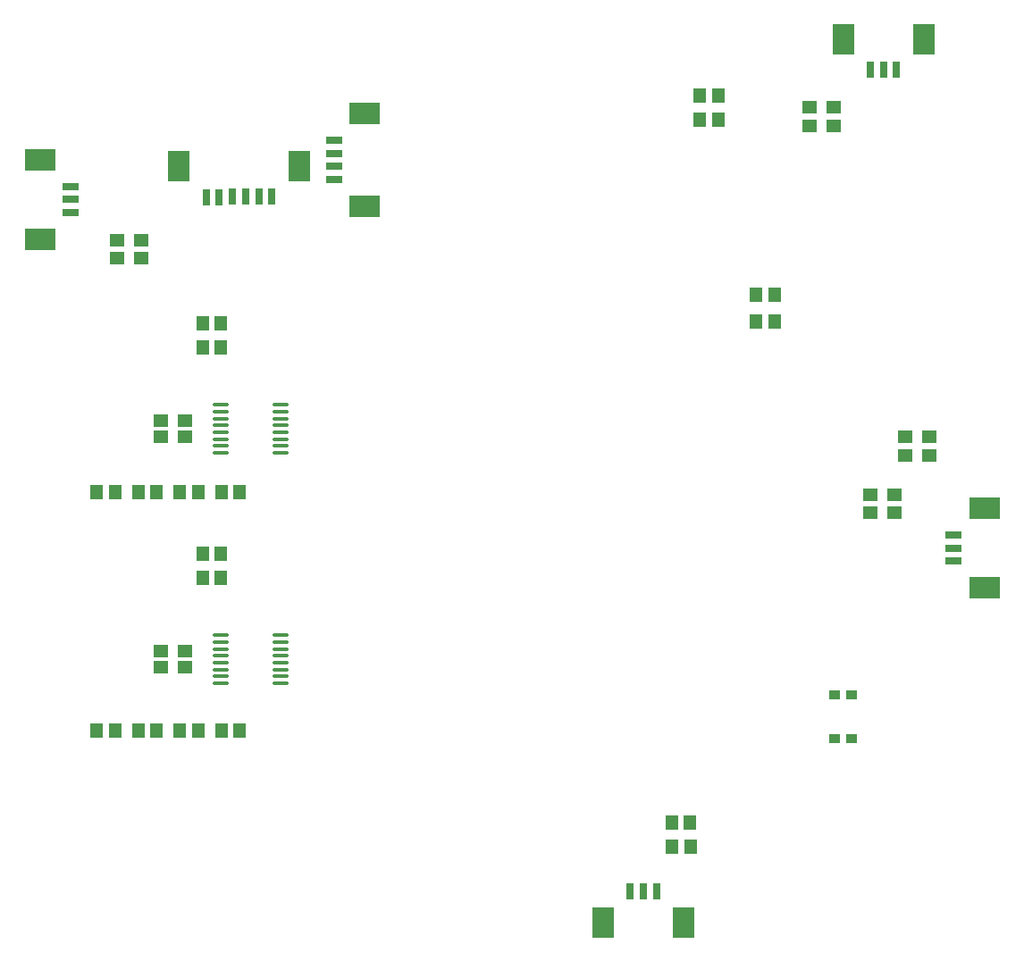
<source format=gtp>
G04*
G04 #@! TF.GenerationSoftware,Altium Limited,Altium Designer,19.0.15 (446)*
G04*
G04 Layer_Color=8421504*
%FSLAX25Y25*%
%MOIN*%
G70*
G01*
G75*
%ADD17R,0.03937X0.03543*%
%ADD18R,0.05315X0.04528*%
%ADD19R,0.04528X0.05315*%
%ADD20R,0.05512X0.05118*%
%ADD21R,0.11811X0.08268*%
%ADD22R,0.06299X0.03150*%
%ADD23R,0.08268X0.11811*%
%ADD24R,0.03150X0.06299*%
%ADD25O,0.06299X0.01378*%
D17*
X295150Y77571D02*
D03*
Y61429D02*
D03*
X288850D02*
D03*
Y77571D02*
D03*
D18*
X30000Y247445D02*
D03*
Y240555D02*
D03*
X21000Y247500D02*
D03*
Y240610D02*
D03*
X288500Y296945D02*
D03*
Y290055D02*
D03*
X279500Y296945D02*
D03*
Y290055D02*
D03*
X302118Y145555D02*
D03*
Y152445D02*
D03*
X311000Y145555D02*
D03*
Y152445D02*
D03*
X324000Y173945D02*
D03*
Y167055D02*
D03*
X315000D02*
D03*
Y173945D02*
D03*
D19*
X228055Y30000D02*
D03*
X234945D02*
D03*
X228110Y21000D02*
D03*
X235000D02*
D03*
X245445Y292500D02*
D03*
X238555D02*
D03*
X245390Y301500D02*
D03*
X238500D02*
D03*
X266445Y216941D02*
D03*
X259555D02*
D03*
X266445Y226941D02*
D03*
X259555D02*
D03*
X13555Y153500D02*
D03*
X20445D02*
D03*
X29055D02*
D03*
X35945D02*
D03*
X66945D02*
D03*
X60055D02*
D03*
X51445D02*
D03*
X44555D02*
D03*
X59945Y216500D02*
D03*
X53055D02*
D03*
X59945Y207500D02*
D03*
X53055D02*
D03*
X13555Y64236D02*
D03*
X20445D02*
D03*
X29055D02*
D03*
X35945D02*
D03*
X66945D02*
D03*
X60055D02*
D03*
X51445D02*
D03*
X44555D02*
D03*
X59945Y130500D02*
D03*
X53055D02*
D03*
X59945Y121500D02*
D03*
X53055D02*
D03*
D20*
X46457Y180150D02*
D03*
Y173850D02*
D03*
X37457Y94150D02*
D03*
Y87850D02*
D03*
X37457Y173850D02*
D03*
Y180150D02*
D03*
X46457Y87850D02*
D03*
Y94150D02*
D03*
D21*
X113500Y259961D02*
D03*
Y294803D02*
D03*
X-7500Y277500D02*
D03*
Y247579D02*
D03*
X344709Y117539D02*
D03*
Y147461D02*
D03*
D22*
X102083Y279842D02*
D03*
Y274921D02*
D03*
Y270000D02*
D03*
X102083Y284764D02*
D03*
X3917Y257618D02*
D03*
Y262539D02*
D03*
Y267461D02*
D03*
X333291Y137421D02*
D03*
Y132500D02*
D03*
Y127579D02*
D03*
D23*
X292079Y322500D02*
D03*
X322000D02*
D03*
X232461Y-7209D02*
D03*
X202539D02*
D03*
X89000Y275000D02*
D03*
X44315D02*
D03*
D24*
X311961Y311083D02*
D03*
X307039D02*
D03*
X302118D02*
D03*
X212579Y4209D02*
D03*
X217500D02*
D03*
X222421D02*
D03*
X64197Y263583D02*
D03*
X69118Y263583D02*
D03*
X74039D02*
D03*
X78961D02*
D03*
X59276Y263484D02*
D03*
X54354D02*
D03*
D25*
X59976Y185957D02*
D03*
Y183398D02*
D03*
Y180839D02*
D03*
Y178279D02*
D03*
Y175721D02*
D03*
Y173161D02*
D03*
Y170602D02*
D03*
Y168043D02*
D03*
X82024Y185957D02*
D03*
Y183398D02*
D03*
Y180839D02*
D03*
Y178279D02*
D03*
Y175721D02*
D03*
Y173161D02*
D03*
Y170602D02*
D03*
Y168043D02*
D03*
X59976Y99957D02*
D03*
Y97398D02*
D03*
Y94839D02*
D03*
Y92279D02*
D03*
Y89720D02*
D03*
Y87161D02*
D03*
Y84602D02*
D03*
Y82043D02*
D03*
X82024Y99957D02*
D03*
Y97398D02*
D03*
Y94839D02*
D03*
Y92279D02*
D03*
Y89720D02*
D03*
Y87161D02*
D03*
Y84602D02*
D03*
Y82043D02*
D03*
M02*

</source>
